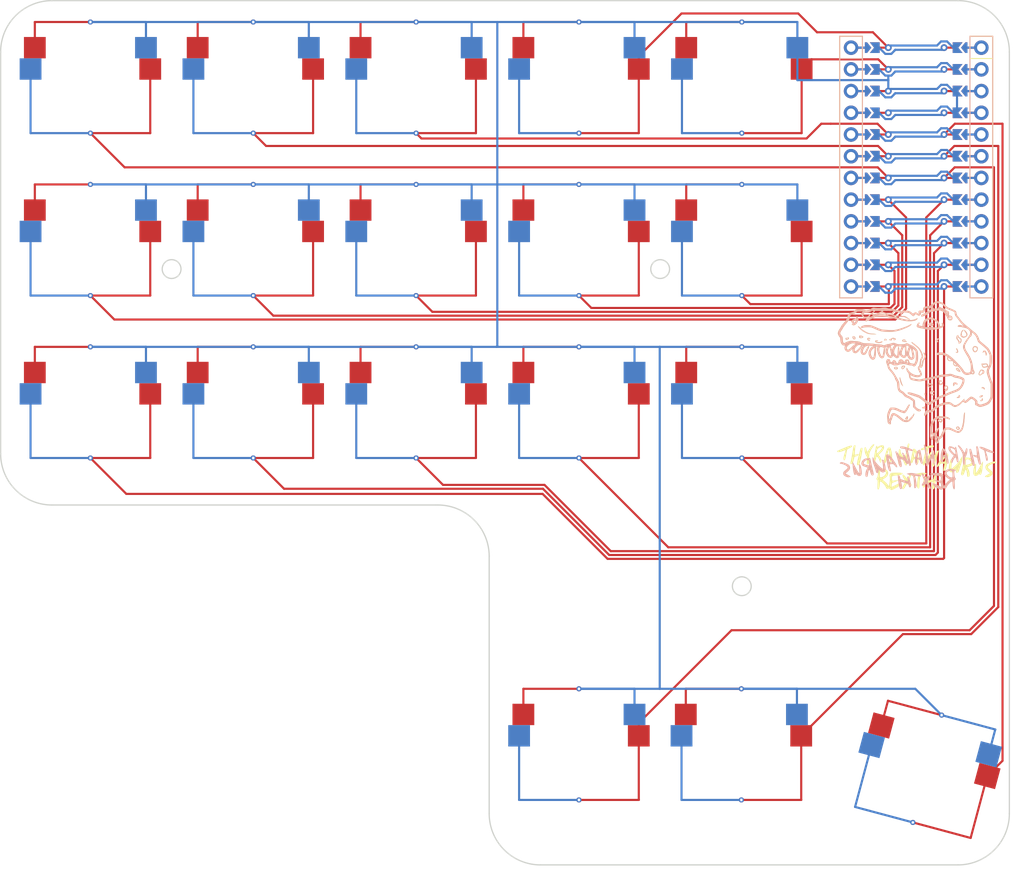
<source format=kicad_pcb>
(kicad_pcb (version 20241229) (generator "pcbnew") (generator_version "9.0")
  (title_block (title "t_rexth") (rev "v1.0.0") (company "Unknown"))
  (layers (0 "F.Cu" signal) (2 "B.Cu" signal) (13 "F.Paste" user) (15 "B.Paste" user) (5 "F.SilkS" user "F.Silkscreen") (7 "B.SilkS" user "B.Silkscreen") (1 "F.Mask" user) (3 "B.Mask" user) (25 "Edge.Cuts" user))
  (net 0 "")
  (net 1 "GND")
  (net 2 "P10")
  (net 3 "P5")
  (net 4 "P4")
  (net 5 "P16")
  (net 6 "P6")
  (net 7 "P3")
  (net 8 "P14")
  (net 9 "P7")
  (net 10 "P2")
  (net 11 "P15")
  (net 12 "P8")
  (net 13 "P1")
  (net 14 "P18")
  (net 15 "P9")
  (net 16 "P0")
  (net 17 "P19")
  (net 18 "P20")
  (net 19 "P21")
  (net 20 "RAW")
  (net 21 "RST")
  (net 22 "VCC")
  (net 23 "MCU1_24")
  (net 24 "MCU1_1")
  (net 25 "MCU1_23")
  (net 26 "MCU1_2")
  (net 27 "MCU1_22")
  (net 28 "MCU1_3")
  (net 29 "MCU1_21")
  (net 30 "MCU1_4")
  (net 31 "MCU1_20")
  (net 32 "MCU1_5")
  (net 33 "MCU1_19")
  (net 34 "MCU1_6")
  (net 35 "MCU1_18")
  (net 36 "MCU1_7")
  (net 37 "MCU1_17")
  (net 38 "MCU1_8")
  (net 39 "MCU1_16")
  (net 40 "MCU1_9")
  (net 41 "MCU1_15")
  (net 42 "MCU1_10")
  (net 43 "MCU1_14")
  (net 44 "MCU1_11")
  (net 45 "MCU1_13")
  (net 46 "MCU1_12")
  (footprint "MX_direct_reversible_hotswap" (layer "F.Cu") (at 216.2 141)
    (property "Reference" "S14" (hide yes))
    (property "Value" "" (hide yes))
  )
  (footprint "LOGO" (layer "F.Cu") (at 236.6 166.1)
    (property "Reference" "G***" (hide yes))
    (property "Value" "LOGO" (hide yes))
  )
  (footprint "MX_direct_reversible_hotswap" (layer "F.Cu") (at 216.2 160)
    (property "Reference" "S13" (hide yes))
    (property "Value" "" (hide yes))
  )
  (footprint "MX_direct_reversible_hotswap" (layer "F.Cu") (at 140 122)
    (property "Reference" "S3" (hide yes))
    (property "Value" "" (hide yes))
  )
  (footprint "nice_nano" (layer "F.Cu") (at 236.6 129.7)
    (property "Reference" "MCU1" (hide yes))
    (property "Value" "")
  )
  (footprint "LOGO" (layer "F.Cu") (at 236.6 155)
    (property "Reference" "G***" (hide yes))
    (property "Value" "LOGO" (hide yes))
  )
  (footprint "MX_direct_reversible_hotswap" (layer "F.Cu") (at 197.15 122)
    (property "Reference" "S12" (hide yes))
    (property "Value" "" (hide yes))
  )
  (footprint "MX_direct_reversible_hotswap" (layer "F.Cu") (at 237.504258 202.804901 -15)
    (property "Reference" "S18" (hide yes))
    (property "Value" "" (hide yes))
  )
  (footprint "MX_direct_reversible_hotswap" (layer "F.Cu") (at 178.1 141)
    (property "Reference" "S8" (hide yes))
    (property "Value" "" (hide yes))
  )
  (footprint "MX_direct_reversible_hotswap" (layer "F.Cu") (at 216.15 200)
    (property "Reference" "S17" (hide yes))
    (property "Value" "" (hide yes))
  )
  (footprint "MX_direct_reversible_hotswap" (layer "F.Cu") (at 159.05 122)
    (property "Reference" "S6" (hide yes))
    (property "Value" "" (hide yes))
  )
  (footprint "MX_direct_reversible_hotswap" (layer "F.Cu") (at 159.05 141)
    (property "Reference" "S5" (hide yes))
    (property "Value" "" (hide yes))
  )
  (footprint "LOGO" (layer "F.Cu") (at 236.6 155)
    (property "Reference" "G***" (hide yes))
    (property "Value" "LOGO" (hide yes))
  )
  (footprint "MX_direct_reversible_hotswap" (layer "F.Cu") (at 197.15 200)
    (property "Reference" "S16" (hide yes))
    (property "Value" "" (hide yes))
  )
  (footprint "MX_direct_reversible_hotswap" (layer "F.Cu") (at 178.1 122)
    (property "Reference" "S9" (hide yes))
    (property "Value" "" (hide yes))
  )
  (footprint "MX_direct_reversible_hotswap" (layer "F.Cu") (at 159.05 160)
    (property "Reference" "S4" (hide yes))
    (property "Value" "" (hide yes))
  )
  (footprint "MX_direct_reversible_hotswap" (layer "F.Cu") (at 140 141)
    (property "Reference" "S2" (hide yes))
    (property "Value" "" (hide yes))
  )
  (footprint "MX_direct_reversible_hotswap" (layer "F.Cu") (at 178.1 160)
    (property "Reference" "S7" (hide yes))
    (property "Value" "" (hide yes))
  )
  (footprint "MX_direct_reversible_hotswap" (layer "F.Cu") (at 216.2 122)
    (property "Reference" "S15" (hide yes))
    (property "Value" "" (hide yes))
  )
  (footprint "MX_direct_reversible_hotswap" (layer "F.Cu") (at 140 160)
    (property "Reference" "S1" (hide yes))
    (property "Value" "" (hide yes))
  )
  (footprint "LOGO" (layer "F.Cu") (at 236.6 166.1)
    (property "Reference" "G***" (hide yes))
    (property "Value" "LOGO" (hide yes))
  )
  (footprint "MX_direct_reversible_hotswap" (layer "F.Cu") (at 197.15 160)
    (property "Reference" "S10" (hide yes))
    (property "Value" "" (hide yes))
  )
  (footprint "MX_direct_reversible_hotswap" (layer "F.Cu") (at 197.15 141)
    (property "Reference" "S11" (hide yes))
    (property "Value" "" (hide yes))
  )
  (gr_line (start 247.5 117.5) (end 247.5 206.6) (stroke (width 0.15)) (layer "Edge.Cuts"))
  (gr_line (start 241.5 212.6) (end 192.65 212.6) (stroke (width 0.15)) (layer "Edge.Cuts"))
  (gr_arc (start 129.5 117.5) (mid 131.257359 113.257359) (end 135.5 111.5) (stroke (width 0.15)) (layer "Edge.Cuts"))
  (gr_arc (start 192.65 212.6) (mid 188.407359 210.842641) (end 186.65 206.6) (stroke (width 0.15)) (layer "Edge.Cuts"))
  (gr_circle (center 206.65 142.9) (end 207.75 142.9) (stroke (width 0.15)) (fill no) (layer "Edge.Cuts"))
  (gr_line (start 129.5 164.5) (end 129.5 117.5) (stroke (width 0.15)) (layer "Edge.Cuts"))
  (gr_circle (center 149.5 142.9) (end 150.6 142.9) (stroke (width 0.15)) (fill no) (layer "Edge.Cuts"))
  (gr_arc (start 241.5 111.5) (mid 245.742641 113.257359) (end 247.5 117.5) (stroke (width 0.15)) (layer "Edge.Cuts"))
  (gr_line (start 180.65 170.5) (end 135.5 170.5) (stroke (width 0.15)) (layer "Edge.Cuts"))
  (gr_circle (center 216.2 180) (end 217.3 180) (stroke (width 0.15)) (fill no) (layer "Edge.Cuts"))
  (gr_arc (start 247.5 206.6) (mid 245.742641 210.842641) (end 241.5 212.6) (stroke (width 0.15)) (layer "Edge.Cuts"))
  (gr_line (start 135.5 111.5) (end 241.5 111.5) (stroke (width 0.15)) (layer "Edge.Cuts"))
  (gr_arc (start 180.65 170.5) (mid 184.892641 172.257359) (end 186.65 176.5) (stroke (width 0.15)) (layer "Edge.Cuts"))
  (gr_arc (start 135.5 170.5) (mid 131.257359 168.742641) (end 129.5 164.5) (stroke (width 0.15)) (layer "Edge.Cuts"))
  (gr_line (start 186.65 206.6) (end 186.65 176.5) (stroke (width 0.15)) (layer "Edge.Cuts"))
  (segment (start 133.5 152) (end 140 152) (width 0.25) (layer "F.Cu") (net 1))
  (segment (start 133.5 133) (end 140 133) (width 0.25) (layer "F.Cu") (net 1))
  (segment (start 209.7 152) (end 216.2 152) (width 0.25) (layer "F.Cu") (net 1))
  (segment (start 171.6 152) (end 178.1 152) (width 0.25) (layer "F.Cu") (net 1))
  (segment (start 171.6 133) (end 178.1 133) (width 0.25) (layer "F.Cu") (net 1))
  (segment (start 152.55 114) (end 159.05 114) (width 0.25) (layer "F.Cu") (net 1))
  (segment (start 209.7 155) (end 209.7 152) (width 0.25) (layer "F.Cu") (net 1))
  (segment (start 133.5 114) (end 140 114) (width 0.25) (layer "F.Cu") (net 1))
  (segment (start 152.55 152) (end 159.05 152) (width 0.25) (layer "F.Cu") (net 1))
  (segment (start 241.38 119.54) (end 239.86 119.54) (width 0.25) (layer "F.Cu") (net 1))
  (segment (start 209.7 117) (end 209.7 114) (width 0.25) (layer "F.Cu") (net 1))
  (segment (start 133.5 155) (end 133.5 152) (width 0.25) (layer "F.Cu") (net 1))
  (segment (start 190.65 117) (end 190.65 114) (width 0.25) (layer "F.Cu") (net 1))
  (segment (start 190.65 155) (end 190.65 152) (width 0.25) (layer "F.Cu") (net 1))
  (segment (start 190.65 133) (end 197.15 133) (width 0.25) (layer "F.Cu") (net 1))
  (segment (start 232.52 196.29) (end 233.3 193.4) (width 0.25) (layer "F.Cu") (net 1))
  (segment (start 209.7 136) (end 209.7 133) (width 0.25) (layer "F.Cu") (net 1))
  (segment (start 152.55 117) (end 152.55 114) (width 0.25) (layer "F.Cu") (net 1))
  (segment (start 152.55 155) (end 152.55 152) (width 0.25) (layer "F.Cu") (net 1))
  (segment (start 209.65 192) (end 216.15 192) (width 0.25) (layer "F.Cu") (net 1))
  (segment (start 190.65 136) (end 190.65 133) (width 0.25) (layer "F.Cu") (net 1))
  (segment (start 209.7 114) (end 216.2 114) (width 0.25) (layer "F.Cu") (net 1))
  (segment (start 171.6 117) (end 171.6 114) (width 0.25) (layer "F.Cu") (net 1))
  (segment (start 152.55 133) (end 159.05 133) (width 0.25) (layer "F.Cu") (net 1))
  (segment (start 190.65 195) (end 190.65 192) (width 0.25) (layer "F.Cu") (net 1))
  (segment (start 231.82 122.08) (end 233.34 122.08) (width 0.25) (layer "F.Cu") (net 1))
  (segment (start 152.55 136) (end 152.55 133) (width 0.25) (layer "F.Cu") (net 1))
  (segment (start 233.3 193.4) (end 239.57 195.08) (width 0.25) (layer "F.Cu") (net 1))
  (segment (start 171.6 136) (end 171.6 133) (width 0.25) (layer "F.Cu") (net 1))
  (segment (start 133.5 136) (end 133.5 133) (width 0.25) (layer "F.Cu") (net 1))
  (segment (start 190.65 192) (end 197.15 192) (width 0.25) (layer "F.Cu") (net 1))
  (segment (start 209.7 133) (end 216.2 133) (width 0.25) (layer "F.Cu") (net 1))
  (segment (start 190.65 114) (end 197.15 114) (width 0.25) (layer "F.Cu") (net 1))
  (segment (start 171.6 114) (end 178.1 114) (width 0.25) (layer "F.Cu") (net 1))
  (segment (start 209.65 195) (end 209.65 192) (width 0.25) (layer "F.Cu") (net 1))
  (segment (start 190.65 152) (end 197.15 152) (width 0.25) (layer "F.Cu") (net 1))
  (segment (start 171.6 155) (end 171.6 152) (width 0.25) (layer "F.Cu") (net 1))
  (segment (start 133.5 117) (end 133.5 114) (width 0.25) (layer "F.Cu") (net 1))
  (segment (start 231.82 124.62) (end 233.34 124.62) (width 0.25) (layer "F.Cu") (net 1))
  (segment (start 197.15 152) (end 187.5 152) (width 0.25) (layer "B.Cu") (net 1))
  (segment (start 233.338 120.8) (end 222.7 120.8) (width 0.25) (layer "B.Cu") (net 1))
  (segment (start 165.55 152) (end 159.05 152) (width 0.25) (layer "B.Cu") (net 1))
  (segment (start 222.7 152) (end 216.2 152) (width 0.25) (layer "B.Cu") (net 1))
  (segment (start 234.15 119.79) (end 239.61 119.79) (width 0.25) (layer "B.Cu") (net 1))
  (segment (start 146.5 152) (end 140 152) (width 0.25) (layer "B.Cu") (net 1))
  (segment (start 165.55 117) (end 165.55 114) (width 0.25) (layer "B.Cu") (net 1))
  (segment (start 231.82 119.54) (end 232.26 119.54) (width 0.25) (layer "B.Cu") (net 1))
  (segment (start 241.38 124.62) (end 240.94 124.62) (width 0.25) (layer "B.Cu") (net 1))
  (segment (start 222.7 133) (end 216.2 133) (width 0.25) (layer "B.Cu") (net 1))
  (segment (start 240.21 123.89) (end 239.51 123.89) (width 0.25) (layer "B.Cu") (net 1))
  (segment (start 245.85 196.76) (end 239.57 195.08) (width 0.25) (layer "B.Cu") (net 1))
  (segment (start 216.15 192) (end 206.6 192) (width 0.25) (layer "B.Cu") (net 1))
  (segment (start 216.2 133) (end 197.15 133) (width 0.25) (layer "B.Cu") (net 1))
  (segment (start 203.65 155) (end 203.65 152) (width 0.25) (layer "B.Cu") (net 1))
  (segment (start 239.57481 195.077494) (end 236.497316 192) (width 0.25) (layer "B.Cu") (net 1))
  (segment (start 165.55 114) (end 159.05 114) (width 0.25) (layer "B.Cu") (net 1))
  (segment (start 187.5 152) (end 178.1 152) (width 0.25) (layer "B.Cu") (net 1))
  (segment (start 178.1 133) (end 159.05 133) (width 0.25) (layer "B.Cu") (net 1))
  (segment (start 197.15 114) (end 187.6 114) (width 0.25) (layer "B.Cu") (net 1))
  (segment (start 233.3 120.27) (end 233.69 120.27) (width 0.25) (layer "B.Cu") (net 1))
  (segment (start 233.69 120.27) (end 234.06 119.89) (width 0.25) (layer "B.Cu") (net 1))
  (segment (start 222.7 120.8) (end 222.7 117) (width 0.25) (layer "B.Cu") (net 1))
  (segment (start 233.59 124.37) (end 233.34 124.62) (width 0.25) (layer "B.Cu") (net 1))
  (segment (start 206.6 192) (end 206.6 152) (width 0.25) (layer "B.Cu") (net 1))
  (segment (start 203.65 133) (end 197.15 133) (width 0.25) (layer "B.Cu") (net 1))
  (segment (start 165.55 133) (end 159.05 133) (width 0.25) (layer "B.Cu") (net 1))
  (segment (start 146.5 155) (end 146.5 152) (width 0.25) (layer "B.Cu") (net 1))
  (segment (start 184.6 133) (end 178.1 133) (width 0.25) (layer "B.Cu") (net 1))
  (segment (start 187.6 114) (end 178.1 114) (width 0.25) (layer "B.Cu") (net 1))
  (segment (start 239.61 119.79) (end 239.86 119.54) (width 0.25) (layer "B.Cu") (net 1))
  (segment (start 234.06 119.88) (end 234.15 119.79) (width 0.25) (layer "B.Cu") (net 1))
  (segment (start 245.08 199.66) (end 245.85 196.76) (width 0.25) (layer "B.Cu") (net 1))
  (segment (start 187.6 114) (end 187.6 151.9) (width 0.25) (layer "B.Cu") (net 1))
  (segment (start 159.05 152) (end 140 152) (width 0.25) (layer "B.Cu") (net 1))
  (segment (start 184.6 114) (end 178.1 114) (width 0.25) (layer "B.Cu") (net 1))
  (segment (start 233.338 120.308) (end 233.3 120.27) (width 0.25) (layer "B.Cu") (net 1))
  (segment (start 203.65 152) (end 197.15 152) (width 0.25) (layer "B.Cu") (net 1))
  (segment (start 240.94 124.62) (end 240.21 123.89) (width 0.25) (layer "B.Cu") (net 1))
  (segment (start 233.59 121.83) (end 233.34 122.08) (width 0.25) (layer "B.Cu") (net 1))
  (segment (start 239.04 121.83) (end 233.59 121.83) (width 0.25) (layer "B.Cu") (net 1))
  (segment (start 203.65 136) (end 203.65 133) (width 0.25) (layer "B.Cu") (net 1))
  (segment (start 159.05 133) (end 140 133) (width 0.25) (layer "B.Cu") (net 1))
  (segment (start 233.338 120.8) (end 233.338 120.308) (width 0.25) (layer "B.Cu") (net 1))
  (segment (start 240.21 121.35) (end 239.51 121.35) (width 0.25) (layer "B.Cu") (net 1))
  (segment (start 178.1 152) (end 159.05 152) (width 0.25) (layer "B.Cu") (net 1))
  (segment (start 159.05 114) (end 140 114) (width 0.25) (layer "B.Cu") (net 1))
  (segment (start 146.5 117) (end 146.5 114) (width 0.25) (layer "B.Cu") (net 1))
  (segment (start 240.94 122.08) (end 240.21 121.35) (width 0.25) (layer "B.Cu") (net 1))
  (segment (start 206.6 152) (end 197.15 152) (width 0.25) (layer "B.Cu") (net 1))
  (segment (start 165.55 136) (end 165.55 133) (width 0.25) (layer "B.Cu") (net 1))
  (segment (start 222.7 155) (end 222.7 152) (width 0.25) (layer "B.Cu") (net 1))
  (segment (start 241.38 122.08) (end 240.94 122.08) (width 0.25) (layer "B.Cu") (net 1))
  (segment (start 187.6 151.9) (end 187.5 152) (width 0.25) (layer "B.Cu") (net 1))
  (segment (start 184.6 117) (end 184.6 114) (width 0.25) (layer "B.Cu") (net 1))
  (segment (start 206.6 192) (end 197.15 192) (width 0.25) (layer "B.Cu") (net 1))
  (segment (start 146.5 133) (end 140 133) (width 0.25) (layer "B.Cu") (net 1))
  (segment (start 197.15 133) (end 178.1 133) (width 0.25) (layer "B.Cu") (net 1))
  (segment (start 239.04 124.37) (end 233.59 124.37) (width 0.25) (layer "B.Cu") (net 1))
  (segment (start 222.7 117) (end 222.7 114) (width 0.25) (layer "B.Cu") (net 1))
  (segment (start 239.51 123.89) (end 239.04 124.37) (width 0.25) (layer "B.Cu") (net 1))
  (segment (start 184.6 136) (end 184.6 133) (width 0.25) (layer "B.Cu") (net 1))
  (segment (start 216.2 114) (end 197.15 114) (width 0.25) (layer "B.Cu") (net 1))
  (segment (start 165.55 155) (end 165.55 152) (width 0.25) (layer "B.Cu") (net 1))
  (segment (start 232.26 119.54) (end 232.99 120.27) (width 0.25) (layer "B.Cu") (net 1))
  (segment (start 222.65 195) (end 222.65 192) (width 0.25) (layer "B.Cu") (net 1))
  (segment (start 232.99 120.27) (end 233.3 120.27) (width 0.25) (layer "B.Cu") (net 1))
  (segment (start 234.06 119.89) (end 234.06 119.88) (width 0.25) (layer "B.Cu") (net 1))
  (segment (start 222.65 192) (end 216.15 192) (width 0.25) (layer "B.Cu") (net 1))
  (segment (start 233.338 122.08) (end 233.338 120.8) (width 0.25) (layer "B.Cu") (net 1))
  (segment (start 203.65 117) (end 203.65 114) (width 0.25) (layer "B.Cu") (net 1))
  (segment (start 203.65 192) (end 197.15 192) (width 0.25) (layer "B.Cu") (net 1))
  (segment (start 203.65 195) (end 203.65 192) (width 0.25) (layer "B.Cu") (net 1))
  (segment (start 222.7 136) (end 222.7 133) (width 0.25) (layer "B.Cu") (net 1))
  (segment (start 236.497316 192) (end 216.15 192) (width 0.25) (layer "B.Cu") (net 1))
  (segment (start 239.51 121.35) (end 239.04 121.83) (width 0.25) (layer "B.Cu") (net 1))
  (segment (start 178.1 114) (end 159.05 114) (width 0.25) (layer "B.Cu") (net 1))
  (segment (start 203.65 114) (end 197.15 114) (width 0.25) (layer "B.Cu") (net 1))
  (segment (start 216.2 152) (end 206.6 152) (width 0.25) (layer "B.Cu") (net 1))
  (segment (start 146.5 136) (end 146.5 133) (width 0.25) (layer "B.Cu") (net 1))
  (segment (start 241.375 124.62) (end 241.375 122.08) (width 0.25) (layer "B.Cu") (net 1))
  (segment (start 184.6 152) (end 178.1 152) (width 0.25) (layer "B.Cu") (net 1))
  (segment (start 184.6 155) (end 184.6 152) (width 0.25) (layer "B.Cu") (net 1))
  (segment (start 222.7 114) (end 216.2 114) (width 0.25) (layer "B.Cu") (net 1))
  (segment (start 146.5 114) (end 140 114) (width 0.25) (layer "B.Cu") (net 1))
  (segment (start 239.862 176.7) (end 239.862 144.94) (width 0.25) (layer "F.Cu") (net 2))
  (segment (start 144.2 169.2) (end 192.9 169.2) (width 0.25) (layer "F.Cu") (net 2))
  (segment (start 192.9 169.2) (end 200.5 176.8) (width 0.25) (layer "F.Cu") (net 2))
  (segment (start 239.762 176.8) (end 239.862 176.7) (width 0.25) (layer "F.Cu") (net 2))
  (segment (start 140 165) (end 144.2 169.2) (width 0.25) (layer "F.Cu") (net 2))
  (segment (start 200.5 176.8) (end 239.762 176.8) (width 0.25) (layer "F.Cu") (net 2))
  (segment (start 241.38 144.94) (end 239.86 144.94) (width 0.25) (layer "F.Cu") (net 2))
  (segment (start 147 165) (end 140 165) (width 0.25) (layer "F.Cu") (net 2))
  (segment (start 147 157.5) (end 147 165) (width 0.25) (layer "F.Cu") (net 2))
  (segment (start 234.15 145.19) (end 239.61 145.19) (width 0.25) (layer "B.Cu") (net 2))
  (segment (start 133 165) (end 140 165) (width 0.25) (layer "B.Cu") (net 2))
  (segment (start 133 157.5) (end 133 165) (width 0.25) (layer "B.Cu") (net 2))
  (segment (start 234.06 145.28) (end 234.15 145.19) (width 0.25) (layer "B.Cu") (net 2))
  (segment (start 233.69 145.67) (end 234.06 145.29) (width 0.25) (layer "B.Cu") (net 2))
  (segment (start 231.82 144.94) (end 232.26 144.94) (width 0.25) (layer "B.Cu") (net 2))
  (segment (start 232.26 144.94) (end 232.99 145.67) (width 0.25) (layer "B.Cu") (net 2))
  (segment (start 232.99 145.67) (end 233.69 145.67) (width 0.25) (layer "B.Cu") (net 2))
  (segment (start 239.61 145.19) (end 239.86 144.94) (width 0.25) (layer "B.Cu") (net 2))
  (segment (start 234.06 145.29) (end 234.06 145.28) (width 0.25) (layer "B.Cu") (net 2))
  (segment (start 147 138.5) (end 147 146) (width 0.25) (layer "F.Cu") (net 3))
  (segment (start 147 146) (end 140 146) (width 0.25) (layer "F.Cu") (net 3))
  (segment (start 233.338 134.78) (end 235.417 136.859) (width 0.25) (layer "F.Cu") (net 3))
  (segment (start 234.14724 148.804) (end 142.804 148.804) (width 0.25) (layer "F.Cu") (net 3))
  (segment (start 231.82 134.78) (end 233.34 134.78) (width 0.25) (layer "F.Cu") (net 3))
  (segment (start 235.417 136.859) (end 235.417 147.53424) (width 0.25) (layer "F.Cu") (net 3))
  (segment (start 142.804 148.804) (end 140 146) (width 0.25) (layer "F.Cu") (net 3))
  (segment (start 235.417 147.53424) (end 234.14724 148.804) (width 0.25) (layer "F.Cu") (net 3))
  (segment (start 240.94 134.78) (end 240.21 134.05) (width 0.25) (layer "B.Cu") (net 3))
  (segment (start 133 146) (end 140 146) (width 0.25) (layer "B.Cu") (net 3))
  (segment (start 241.38 134.78) (end 240.94 134.78) (width 0.25) (layer "B.Cu") (net 3))
  (segment (start 239.51 134.05) (end 239.04 134.53) (width 0.25) (layer "B.Cu") (net 3))
  (segment (start 240.21 134.05) (end 239.51 134.05) (width 0.25) (layer "B.Cu") (net 3))
  (segment (start 233.59 134.53) (end 233.34 134.78) (width 0.25) (layer "B.Cu") (net 3))
  (segment (start 133 138.5) (end 133 146) (width 0.25) (layer "B.Cu") (net 3))
  (segment (start 239.04 134.53) (end 233.59 134.53) (width 0.25) (layer "B.Cu") (net 3))
  (segment (start 144 131) (end 140 127) (width 0.25) (layer "F.Cu") (net 4))
  (segment (start 231.82 132.24) (end 233.34 132.24) (width 0.25) (layer "F.Cu") (net 4))
  (segment (start 147 127) (end 140 127) (width 0.25) (layer "F.Cu") (net 4))
  (segment (start 233.338 132.24) (end 232.098 131) (width 0.25) (layer "F.Cu") (net 4))
  (segment (start 232.098 131) (end 144 131) (width 0.25) (layer "F.Cu") (net 4))
  (segment (start 147 119.5) (end 147 127) (width 0.25) (layer "F.Cu") (net 4))
  (segment (start 133 119.5) (end 133 127) (width 0.25) (layer "B.Cu") (net 4))
  (segment (start 240.94 132.24) (end 240.21 131.51) (width 0.25) (layer "B.Cu") (net 4))
  (segment (start 240.21 131.51) (end 239.51 131.51) (width 0.25) (layer "B.Cu") (net 4))
  (segment (start 241.38 132.24) (end 240.94 132.24) (width 0.25) (layer "B.Cu") (net 4))
  (segment (start 133 127) (end 140 127) (width 0.25) (layer "B.Cu") (net 4))
  (segment (start 239.51 131.51) (end 239.04 131.99) (width 0.25) (layer "B.Cu") (net 4))
  (segment (start 233.59 131.99) (end 233.34 132.24) (width 0.25) (layer "B.Cu") (net 4))
  (segment (start 239.04 131.99) (end 233.59 131.99) (width 0.25) (layer "B.Cu") (net 4))
  (segment (start 192.93781 168.6) (end 162.65 168.6) (width 0.25) (layer "F.Cu") (net 5))
  (segment (start 162.65 168.6) (end 159.05 165) (width 0.25) (layer "F.Cu") (net 5))
  (segment (start 166.05 157.5) (end 166.05 165) (width 0.25) (layer "F.Cu") (net 5))
  (segment (start 238.851 176.349) (end 200.68681 176.349) (width 0.25) (layer "F.Cu") (net 5))
  (segment (start 241.38 142.4) (end 239.86 142.4) (width 0.25) (layer "F.Cu") (net 5))
  (segment (start 166.05 165) (end 159.05 165) (width 0.25) (layer "F.Cu") (net 5))
  (segment (start 239.136 143.126) (end 239.136 176.064) (width 0.25) (layer "F.Cu") (net 5))
  (segment (start 239.136 176.064) (end 238.851 176.349) (width 0.25) (layer "F.Cu") (net 5))
  (segment (start 200.68681 176.349) (end 192.93781 168.6) (width 0.25) (layer "F.Cu") (net 5))
  (segment (start 239.862 142.4) (end 239.136 143.126) (width 0.25) (layer "F.Cu") (net 5))
  (segment (start 232.99 143.13) (end 233.69 143.13) (width 0.25) (layer "B.Cu") (net 5))
  (segment (start 232.26 142.4) (end 232.99 143.13) (width 0.25) (layer "B.Cu") (net 5))
  (segment (start 234.15 142.65) (end 239.61 142.65) (width 0.25) (layer "B.Cu") (net 5))
  (segment (start 152.05 165) (end 159.05 165) (width 0.25) (layer "B.Cu") (net 5))
  (segment (start 231.82 142.4) (end 232.26 142.4) (width 0.25) (layer "B.Cu") (net 5))
  (segment (start 152.05 157.5) (end 152.05 165) (width 0.25) (layer "B.Cu") (net 5))
  (segment (start 239.61 142.65) (end 239.86 142.4) (width 0.25) (layer "B.Cu") (net 5))
  (segment (start 234.06 142.74) (end 234.15 142.65) (width 0.25) (layer "B.Cu") (net 5))
  (segment (start 233.69 143.13) (end 234.06 142.75) (width 0.25) (layer "B.Cu") (net 5))
  (segment (start 234.06 142.75) (end 234.06 142.74) (width 0.25) (layer "B.Cu") (net 5))
  (segment (start 234.966 138.948) (end 234.966 147.34743) (width 0.25) (layer "F.Cu") (net 6))
  (segment (start 234.966 147.34743) (end 233.96043 148.353) (width 0.25) (layer "F.Cu") (net 6))
  (segment (start 231.82 137.32) (end 233.34 137.32) (width 0.25) (layer "F.Cu") (net 6))
  (segment (start 166.05 138.5) (end 166.05 146) (width 0.25) (layer "F.Cu") (net 6))
  (segment (start 161.403 148.353) (end 159.05 146) (width 0.25) (layer "F.Cu") (net 6))
  (segment (start 233.338 137.32) (end 234.966 138.948) (width 0.25) (layer "F.Cu") (net 6))
  (segment (start 233.96043 148.353) (end 161.403 148.353) (width 0.25) (layer "F.Cu") (net 6))
  (segment (start 166.05 146) (end 159.05 146) (width 0.25) (layer "F.Cu") (net 6))
  (segment (start 239.51 136.59) (end 239.04 137.07) (width 0.25) (layer "B.Cu") (net 6))
  (segment (start 240.21 136.59) (end 239.51 136.59) (width 0.25) (layer "B.Cu") (net 6))
  (segment (start 152.05 146) (end 159.05 146) (width 0.25) (layer "B.Cu") (net 6))
  (segment (start 233.59 137.07) (end 233.34 137.32) (width 0.25) (layer "B.Cu") (net 6))
  (segment (start 239.04 137.07) (end 233.59 137.07) (width 0.25) (layer "B.Cu") (net 6))
  (segment (start 241.38 137.32) (end 240.94 137.32) (width 0.25) (layer "B.Cu") (net 6))
  (segment (start 152.05 138.5) (end 152.05 146) (width 0.25) (layer "B.Cu") (net 6))
  (segment (start 240.94 137.32) (end 240.21 136.59) (width 0.25) (layer "B.Cu") (net 6))
  (segment (start 232.138 128.5) (end 160.55 128.5) (width 0.25) (layer "F.Cu") (net 7))
  (segment (start 166.05 127) (end 159.05 127) (width 0.25) (layer "F.Cu") (net 7))
  (segment (start 166.05 119.5) (end 166.05 127) (width 0.25) (layer "F.Cu") (net 7))
  (segment (start 160.55 128.5) (end 159.05 127) (width 0.25) (layer "F.Cu") (net 7))
  (segment (start 233.338 129.7) (end 232.138 128.5) (width 0.25) (layer "F.Cu") (net 7))
  (segment (start 231.82 129.7) (end 233.34 129.7) (width 0.25) (layer "F.Cu") (net 7))
  (segment (start 240.21 128.97) (end 239.51 128.97) (width 0.25) (layer "B.Cu") (net 7))
  (segment (start 152.05 119.5) (end 152.05 127) (width 0.25) (layer "B.Cu") (net 7))
  (segment (start 233.59 129.45) (end 233.34 129.7) (width 0.25) (layer "B.Cu") (net 7))
  (segment (start 241.38 129.7) (end 240.94 129.7) (width 0.25) (layer "B.Cu") (net 7))
  (segment (start 239.51 128.97) (end 239.04 129.45) (width 0.25) (layer "B.Cu") (net 7))
  (segment (start 239.04 129.45) (end 233.59 129.45) (width 0.25) (layer "B.Cu") (net 7))
  (segment (start 152.05 127) (end 159.05 127) (width 0.25) (layer "B.Cu") (net 7))
  (segment (start 240.94 129.7) (end 240.21 128.97) (width 0.25) (layer "B.Cu") (net 7))
  (segment (start 238.66419 175.898) (end 200.87362 175.898) (width 0.25) (layer "F.Cu") (net 8))
  (segment (start 193.12462 168.149) (end 181.249 168.149) (width 0.25) (layer "F.Cu") (net 8))
  (segment (start 181.249 168.149) (end 178.1 165) (width 0.25) (layer "F.Cu") (net 8))
  (segment (start 239.862 139.86) (end 238.681095 141.040905) (width 0.25) (layer "F.Cu") (net 8))
  (segment (start 241.38 139.86) (end 239.86 139.86) (width 0.25) (layer "F.Cu") (net 8))
  (segment (start 185.1 165) (end 178.1 165) (width 0.25) (layer "F.Cu") (net 8))
  (segment (start 200.87362 175.898) (end 193.12462 168.149) (width 0.25) (layer "F.Cu") (net 8))
  (segment (start 238.681095 141.040905) (end 238.681095 175.881095) (width 0.25) (layer "F.Cu") (net 8))
  (segment (start 185.1 157.5) (end 185.1 165) (width 0.25) (layer "F.Cu") (net 8))
  (segment (start 238.681095 175.881095) (end 238.66419 175.898) (width 0.25) (layer "F.Cu") (net 8))
  (segment (start 239.61 140.11) (end 239.86 139.86) (width 0.25) (layer "B.Cu") (net 8))
  (segment (start 234.06 140.21) (end 234.06 140.2) (width 0.25) (layer "B.Cu") (net 8))
  (segment (start 234.06 140.2) (end 234.15 140.11) (width 0.25) (layer "B.Cu") (net 8))
  (segment (start 232.99 140.59) (end 233.69 140.59) (width 0.25) (layer "B.Cu") (net 8))
  (segment (start 171.1 165) (end 178.1 165) (width 0.25) (layer "B.Cu") (net 8))
  (segment (start 231.82 139.86) (end 232.26 139.86) (width 0.25) (layer "B.Cu") (net 8))
  (segment (start 234.15 140.11) (end 239.61 140.11) (width 0.25) (layer "B.Cu") (net 8))
  (segment (start 171.1 157.5) (end 171.1 165) (width 0.25) (layer "B.Cu") (net 8))
  (segment (start 233.69 140.59) (end 234.06 140.21) (width 0.25) (layer "B.Cu") (net 8))
  (segment (start 232.26 139.86) (end 232.99 140.59) (width 0.25) (layer "B.Cu") (net 8))
  (segment (start 234.515 141.037) (end 234.515 147.16062) (width 0.25) (layer "F.Cu") (net 9))
  (segment (start 233.338 139.86) (end 234.515 141.037) (width 0.25) (layer "F.Cu") (net 9))
  (segment (start 180.002 147.902) (end 178.1 146) (width 0.25) (layer "F.Cu") (net 9))
  (segment (start 185.1 146) (end 178.1 146) (width 0.25) (layer "F.Cu") (net 9))
  (segment (start 233.77362 147.902) (end 180.002 147.902) (width 0.25) (layer "F.Cu") (net 9))
  (segment (start 231.82 139.86) (end 233.34 139.86) (width 0.25) (layer "F.Cu") (net 9))
  (segment (start 185.1 138.5) (end 185.1 146) (width 0.25) (layer "F.Cu") (net 9))
  (segment (start 234.515 147.16062) (end 233.77362 147.902) (width 0.25) (layer "F.Cu") (net 9))
  (segment (start 241.38 139.86) (end 240.94 139.86) (width 0.25) (layer "B.Cu") (net 9))
  (segment (start 239.04 139.61) (end 233.59 139.61) (width 0.25) (layer "B.Cu") (net 9))
  (segment (start 233.59 139.61) (end 233.34 139.86) (width 0.25) (layer "B.Cu") (net 9))
  (segment (start 239.51 139.13) (end 239.04 139.61) (width 0.25) (layer "B.Cu") (net 9))
  (segment (start 171.1 146) (end 178.1 146) (width 0.25) (layer "B.Cu") (net 9))
  (segment (start 240.94 139.86) (end 240.21 139.13) (width 0.25) (layer "B.Cu") (net 9))
  (segment (start 171.1 138.5) (end 171.1 146) (width 0.25) (layer "B.Cu") (net 9))
  (segment (start 240.21 139.13) (end 239.51 139.13) (width 0.25) (layer "B.Cu") (net 9))
  (segment (start 223.774 127.626) (end 178.726 127.626) (width 0.25) (layer "F.Cu") (net 10))
  (segment (start 223.774 127.626) (end 225.5 125.9) (width 0.25) (layer "F.Cu") (net 10))
  (segment (start 225.5 125.9) (end 226.6 125.9) (width 0.25) (layer "F.Cu") (net 10))
  (segment (start 231.82 127.16) (end 233.34 127.16) (width 0.25) (layer "F.Cu") (net 10))
  (segment (start 185.1 119.5) (end 185.1 127) (width 0.25) (layer "F.Cu") (net 10))
  (segment (start 185.1 127) (end 178.1 127) (width 0.25) (layer "F.Cu") (net 10))
  (segment (start 232.078 125.9) (end 226.6 125.9) (width 0.25) (layer "F.Cu") (net 10))
  (segment (start 233.338 127.16) (end 232.078 125.9) (width 0.25) (layer "F.Cu") (net 10))
  (segment (start 178.726 127.626) (end 178.1 127) (width 0.25) (layer "F.Cu") (net 10))
  (segment (start 241.38 127.16) (end 240.94 127.16) (width 0.25) (layer "B.Cu") (net 10))
  (segment (start 240.94 127.16) (end 240.21 126.43) (width 0.25) (layer "B.Cu") (net 10))
  (segment (start 171.1 119.5) (end 171.1 127) (width 0.25) (layer "B.Cu") (net 10))
  (segment (start 239.04 126.91) (end 233.59 126.91) (width 0.25) (layer "B.Cu") (net 10))
  (segment (start 171.1 127) (end 178.1 127) (width 0.25) (layer "B.Cu") (net 10))
  (segment (start 240.21 126.43) (end 239.51 126.43) (width 0.25) (layer "B.Cu") (net 10))
  (segment (start 239.51 126.43) (end 239.04 126.91) (width 0.25) (layer "B.Cu") (net 10))
  (segment (start 233.59 126.91) (end 233.34 127.16) (width 0.25) (layer "B.Cu") (net 10))
  (segment (start 241.38 137.32) (end 239.86 137.32) (width 0.25) (layer "F.Cu") (net 11))
  (segment (start 207.597 175.447) (end 197.15 165) (width 0.25) (layer "F.Cu") (net 11))
  (segment (start 204.15 157.5) (end 204.15 165) (width 0.25) (layer "F.Cu") (net 11))
  (segment (start 204.15 165) (end 197.15 165) (width 0.25) (layer "F.Cu") (net 11))
  (segment (start 239.862 137.32) (end 238.230095 138.951905) (width 0.25) (layer "F.Cu") (net 11))
  (segment (start 238.230095 175.447) (end 207.597 175.447) (width 0.25) (layer "F.Cu") (net 11))
  (segment (start 238.230095 138.951905) (end 238.230095 175.447) (width 0.25) (layer "F.Cu") (net 11))
  (segment (start 233.69 138.05) (end 234.06 137.67) (width 0.25) (layer "B.Cu") (net 11))
  (segment (start 234.06 137.66) (end 234.15 137.57) (width 0.25) (layer "B.Cu") (net 11))
  (segment (start 232.26 137.32) (end 232.99 138.05) (width 0.25) (layer "B.Cu") (net 11))
  (segment (start 234.06 137.67) (end 234.06 137.66) (width 0.25) (layer "B.Cu") (net 11))
  (segment (start 190.15 165) (end 197.15 165) (width 0.25) (layer "B.Cu") (net 11))
  (segment (start 231.82 137.32) (end 232.26 137.32) (width 0.25) (layer "B.Cu") (net 11))
  (segment (start 234.15 137.57) (end 239.61 137.57) (width 0.25) (layer "B.Cu") (net 11))
  (segment (start 239.61 137.57) (end 239.86 137.32) (width 0.25) (layer "B.Cu") (net 11))
  (segment (start 190.15 157.5) (end 190.15 165) (width 0.25) (layer "B.Cu") (net 11))
  (segment (start 232.99 138.05) (end 233.69 138.05) (width 0.25) (layer "B.Cu") (net 11))
  (segment (start 198.601 147.451) (end 197.15 146) (width 0.25) (layer "F.Cu") (net 12))
  (segment (start 234.064 146.97381) (end 233.58681 147.451) (width 0.25) (layer "F.Cu") (net 12))
  (segment (start 233.58681 147.451) (end 198.601 147.451) (width 0.25) (layer "F.Cu") (net 12))
  (segment (start 204.15 138.5) (end 204.15 146) (width 0.25) (layer "F.Cu") (net 12))
  (segment (start 204.15 146) (end 197.15 146) (width 0.25) (layer "F.Cu") (net 12))
  (segment (start 234.064 143.126) (end 234.064 146.97381) (width 0.25) (layer "F.Cu") (net 12))
  (segment (start 231.82 142.4) (end 233.34 142.4) (width 0.25) (layer "F.Cu") (net 12))
  (segment (start 233.338 142.4) (end 234.064 143.126) (width 0.25) (layer "F.Cu") (net 12))
  (segment (start 240.94 142.4) (end 240.21 141.67) (width 0.25) (layer "B.Cu") (net 12))
  (segment (start 190.15 138.5) (end 190.15 146) (width 0.25) (layer "B.Cu") (net 12))
  (segment (start 241.38 142.4) (end 240.94 142.4) (width 0.25) (layer "B.Cu") (net 12))
  (segment (start 190.15 146) (end 197.15 146) (width 0.25) (layer "B.Cu") (net 12))
  (segment (start 239.04 142.15) (end 233.59 142.15) (width 0.25) (layer "B.Cu") (net 12))
  (segment (start 240.21 141.67) (end 239.51 141.67) (width 0.25) (layer "B.Cu") (net 12))
  (segment (start 233.59 142.15) (end 233.34 142.4) (width 0.25) (layer "B.Cu") (net 12))
  (segment (start 239.51 141.67) (end 239.04 142.15) (width 0.25) (layer "B.Cu") (net 12))
  (segment (start 225 115.2) (end 231.538 115.2) (width 0.25) (layer "F.Cu") (net 13))
  (segment (start 222.8 113) (end 225 115.2) (width 0.25) (layer "F.Cu") (net 13))
  (segment (start 204.15 118) (end 209.15 113) (width 0.25) (layer "F.Cu") (net 13))
  (segment (start 204.15 119.5) (end 204.15 127) (width 0.25) (layer "F.Cu") (net 13))
  (segment (start 209.15 113) (end 222.8 113) (width 0.25) (layer "F.Cu") (net 13))
  (segment (start 231.82 117) (end 233.34 117) (width 0.25) (layer "F.Cu") (net 13))
  (segment (start 204.15 127) (end 197.15 127) (width 0.25) (layer "F.Cu") (net 13))
  (segment (start 231.538 115.2) (end 233.338 117) (width 0.25) (layer "F.Cu") (net 13))
  (segment (start 204.15 119.5) (end 204.15 118) (width 0.25) (layer "F.Cu") (net 13))
  (segment (start 190.15 119.5) (end 190.15 127) (width 0.25) (layer "B.Cu") (net 13))
  (segment (start 190.15 127) (end 197.15 127) (width 0.25) (layer "B.Cu") (net 13))
  (segment (start 239.51 116.27) (end 239.04 116.75) (width 0.25) (layer "B.Cu") (net 13))
  (segment (start 241.38 117) (end 240.94 117) (width 0.25) (layer "B.Cu") (net 13))
  (segment (start 240.94 117) (end 240.21 116.27) (width 0.25) (layer "B.Cu") (net 13))
  (segment (start 239.04 116.75) (end 233.59 116.75) (width 0.25) (layer "B.Cu") (net 13))
  (segment (start 233.59 116.75) (end 233.34 117) (width 0.25) (layer "B.Cu") (net 13))
  (segment (start 240.21 116.27) (end 239.51 116.27) (width 0.25) (layer "B.Cu") (net 13))
  (segment (start 237.779095 136.862905) (end 237.779095 174.996) (width 0.25) (layer "F.Cu") (net 14))
  (segment (start 237.779095 174.996) (end 226.196 174.996) (width 0.25) (layer "F.Cu") (net 14))
  (segment (start 241.38 134.78) (end 239.86 134.78) (width 0.25) (layer "F.Cu") (net 14))
  (segment (start 223.2 165) (end 216.2 165) (width 0.25) (layer "F.Cu") (net 14))
  (segment (start 223.2 157.5) (end 223.2 165) (width 0.25) (layer "F.Cu") (net 14))
  (segment (start 239.862 134.78) (end 237.779095 136.862905) (width 0.25) (layer "F.Cu") (net 14))
  (segment (start 226.196 174.996) (end 216.2 165) (width 0.25) (layer "F.Cu") (net 14))
  (segment (start 209.2 157.5) (end 209.2 165) (width 0.25) (layer "B.Cu") (net 14))
  (segment (start 232.99 135.51) (end 233.69 135.51) (width 0.25) (layer "B.Cu") (net 14))
  (segment (start 232.26 134.78) (end 232.99 135.51) (width 0.25) (layer "B.Cu") (net 14))
  (segment (start 234.15 135.03) (end 239.61 135.03) (width 0.25) (layer "B.Cu") (net 14))
  (segment (start 231.82 134.78) (end 232.26 134.78) (width 0.25) (layer "B.Cu") (net 14))
  (segment (start 234.06 135.13) (end 234.06 135.12) (width 0.25) (layer "B.Cu") (net 14))
  (segment (start 239.61 135.03) (end 239.86 134.78) (width 0.25) (layer "B.Cu") (net 14))
  (segment (start 209.2 165) (end 216.2 165) (width 0.25) (layer "B.Cu") (net 14))
  (segment (start 234.06 135.12) (end 234.15 135.03) (width 0.25) (layer "B.Cu") (net 14))
  (segment (start 233.69 135.51) (end 234.06 135.13) (width 0.25) (layer "B.Cu") (net 14))
  (segment (start 223.2 146) (end 216.2 146) (width 0.25) (layer "F.Cu") (net 15))
  (segment (start 233.338 144.94) (end 233.4 145.002) (width 0.25) (layer "F.Cu") (net 15))
  (segment (start 233.4 145.002) (end 233.4 147) (width 0.25) (layer "F.Cu") (net 15))
  (segment (start 217.2 147) (end 216.2 146) (width 0.25) (layer "F.Cu") (net 15))
  (segment (start 223.2 138.5) (end 223.2 146) (width 0.25) (layer "F.Cu") (net 15))
  (segment (start 233.4 147) (end 217.2 147) (width 0.25) (layer "F.Cu") (net 15))
  (segment (start 231.82 144.94) (end 233.34 144.94) (width 0.25) (layer "F.Cu") (net 15))
  (segment (start 240.21 144.21) (end 239.51 144.21) (width 0.25) (layer "B.Cu") (net 15))
  (segment (start 209.2 146) (end 216.2 146) (width 0.25) (layer "B.Cu") (net 15))
  (segment (start 241.38 144.94) (end 240.94 144.94) (width 0.25) (layer "B.Cu") (net 15))
  (segment (start 240.94 144.94) (end 240.21 144.21) (width 0.25) (layer "B.Cu") (net 15))
  (segment (start 209.2 138.5) (end 209.2 146) (width 0.25) (layer "B.Cu") (net 15))
  (segment (start 239.51 144.21) (end 239.04 144.69) (width 0.25) (layer "B.Cu") (net 15))
  (segment (start 239.04 144.69) (end 233.59 144.69) (width 0.25) (layer "B.Cu") (net 15))
  (segment (start 233.59 144.69) (end 233.34 144.94) (width 0.25) (layer "B.Cu") (net 15))
  (segment (start 233.338 119.54) (end 232.162 118.364) (width 0.25) (layer "F.Cu") (net 16))
  (segment (start 223.2 127) (end 216.2 127) (width 0.25) (layer "F.Cu") (net 16))
  (segment (start 231.82 119.54) (end 233.34 119.54) (width 0.25) (layer "F.Cu") (net 16))
  (segment (start 224.336 118.364) (end 223.2 119.5) (width 0.25) (layer "F.Cu") (net 16))
  (segment (start 232.162 118.364) (end 224.336 118.364) (width 0.25) (layer "F.Cu") (net 16))
  (segment (start 223.2 119.5) (end 223.2 127) (width 0.25) (layer "F.Cu") (net 16))
  (segment (start 241.38 119.54) (end 240.94 119.54) (width 0.25) (layer "B.Cu") (net 16))
  (segment (start 209.2 127) (end 216.2 127) (width 0.25) (layer "B.Cu") (net 16))
  (segment (start 240.21 118.81) (end 239.51 118.81) (width 0.25) (layer "B.Cu") (net 16))
  (segment (start 233.59 119.29) (end 233.34 119.54) (width 0.25) (layer "B.Cu") (net 16))
  (segment (start 239.51 118.81) (end 239.04 119.29) (width 0.25) (layer "B.Cu") (net 16))
  (segment (start 209.2 119.5) (end 209.2 127) (width 0.25) (layer "B.Cu") (net 16))
  (segment (start 239.04 119.29) (end 233.59 119.29) (width 0.25) (layer "B.Cu") (net 16))
  (segment (start 240.94 119.54) (end 240.21 118.81) (width 0.25) (layer "B.Cu") (net 16))
  (segment (start 245.7 131) (end 245.7 182.3) (width 0.25) (layer "F.Cu") (net 17))
  (segment (start 239.862 132.24) (end 241.102 131) (width 0.25) (layer "F.Cu") (net 17))
  (segment (start 241.38 132.24) (end 239.86 132.24) (width 0.25) (layer "F.Cu") (net 17))
  (segment (start 204.15 196) (end 204.15 197.5) (width 0.25) (layer "F.Cu") (net 17))
  (segment (start 204.15 197.5) (end 204.15 205) (width 0.25) (layer "F.Cu") (net 17))
  (segment (start 204.15 205) (end 197.15 205) (width 0.25) (layer "F.Cu") (net 17))
  (segment (start 215.001 185.149) (end 204.15 196) (width 0.25) (layer "F.Cu") (net 17))
  (segment (start 241.102 131) (end 245.7 131) (width 0.25) (layer "F.Cu") (net 17))
  (segment (start 245.7 182.3) (end 242.851 185.149) (width 0.25) (layer "F.Cu") (net 17))
  (segment (start 242.851 185.149) (end 215.001 185.149) (width 0.25) (layer "F.Cu") (net 17))
  (segment (start 232.99 132.97) (end 233.69 132.97) (width 0.25) (layer "B.Cu") (net 17))
  (segment (start 233.69 132.97) (end 234.06 132.59) (width 0.25) (layer "B.Cu") (net 17))
  (segment (start 234.15 132.49) (end 239.61 132.49) (width 0.25) (layer "B.Cu") (net 17))
  (segment (start 234.06 132.59) (end 234.06 132.58) (width 0.25) (layer "B.Cu") (net 17))
  (segment (start 232.26 132.24) (end 232.99 132.97) (width 0.25) (layer "B.Cu") (net 17))
  (segment (start 239.61 132.49) (end 239.86 132.24) (width 0.25) (layer "B.Cu") (net 17))
  (segment (start 190.15 205) (end 197.15 205) (width 0.25) (layer "B.Cu") (net 17))
  (segment (start 231.82 132.24) (end 232.26 132.24) (width 0.25) (layer "B.Cu") (net 17))
  (segment (start 234.06 132.58) (end 234.15 132.49) (width 0.25) (layer "B.Cu") (net 17))
  (segment (start 190.15 197.5) (end 190.15 205) (width 0.25) (layer "B.Cu") (net 17))
  (segment (start 239.862 129.7) (end 241.062 128.5) (width 0.25) (layer "F.Cu") (net 18))
  (segment (start 223.15 205) (end 216.15 205) (width 0.25) (layer "F.Cu") (net 18))
  (segment (start 246.2 182.43781) (end 243.03781 185.6) (width 0.25) (layer "F.Cu") (net 18))
  (segment (start 223.15 197.5) (end 223.15 205) (width 0.25) (layer "F.Cu") (net 18))
  (segment (start 246.2 128.5) (end 246.2 182.43781) (width 0.25) (layer "F.Cu") (net 18))
  (segment (start 241.38 129.7) (end 239.86 129.7) (width 0.25) (layer "F.Cu") (net 18))
  (segment (start 243.03781 185.6) (end 235.05 185.6) (width 0.25) (layer "F.Cu") (net 18))
  (segment (start 241.062 128.5) (end 246.2 128.5) (width 0.25) (layer "F.Cu") (net 18))
  (segment (start 235.05 185.6) (end 223.15 197.5) (width 0.25) (layer "F.Cu") (net 18))
  (segment (start 239.61 129.95) (end 239.86 129.7) (width 0.25) (layer "B.Cu") (net 18))
  (segment (start 232.99 130.43) (end 233.69 130.43) (width 0.25) (layer "B.Cu") (net 18))
  (segment (start 234.06 130.05) (end 234.06 130.04) (width 0.25) (layer "B.Cu") (net 18))
  (segment (start 234.06 130.04) (end 234.15 129.95) (width 0.25) (layer "B.Cu") (net 18))
  (segment (start 233.69 130.43) (end 234.06 130.05) (width 0.25) (layer "B.Cu") (net 18))
  (segment (start 234.15 129.95) (end 239.61 129.95) (width 0.25) (layer "B.Cu") (net 18))
  (segment (start 232.26 129.7) (end 232.99 130.43) (width 0.25) (layer "B.Cu") (net 18))
  (segment (start 231.82 129.7) (end 232.26 129.7) (width 0.25) (layer "B.Cu") (net 18))
  (segment (start 209.15 197.5) (end 209.15 205) (width 0.25) (layer "B.Cu") (net 18))
  (segment (start 209.15 205) (end 216.15 205) (width 0.25) (layer "B.Cu") (net 18))
  (segment (start 241.38 127.16) (end 239.86 127.16) (width 0.25) (layer "F.Cu") (net 19))
  (segment (start 246.7 125.9) (end 246.7 200.414606) (width 0.25) (layer "F.Cu") (net 19))
  (segment (start 241.122 125.9) (end 246.7 125.9) (width 0.25) (layer "F.Cu") (net 19))
  (segment (start 242.97 209.45) (end 236.21 207.63) (width 0.25) (layer "F.Cu") (net 19))
  (segment (start 244.91 202.2) (end 242.97 209.45) (width 0.25) (layer "F.Cu") (net 19))
  (segment (start 239.862 127.16) (end 241.122 125.9) (width 0.25) (layer "F.Cu") (net 19))
  (segment (start 246.7 200.414606) (end 244.912786 202.20182) (width 0.25) (layer "F.Cu") (net 19))
  (segment (start 234.06 127.5) (end 234.15 127.41) (width 0.25) (layer "B.Cu") (net 19))
  (segment (start 234.15 127.41) (end 239.61 127.41) (width 0.25) (layer "B.Cu") (net 19))
  (segment (start 232.99 127.89) (end 233.69 127.89) (width 0.25) (layer "B.Cu") (net 19))
  (segment (start 239.61 127.41) (end 239.86 127.16) (width 0.25) (layer "B.Cu") (net 19))
  (segment (start 232.26 127.16) (end 232.99 127.89) (width 0.25) (layer "B.Cu") (net 19))
  (segment (start 233.69 127.89) (end 234.06 127.51) (width 0.25) (layer "B.Cu") (net 19))
  (segment (start 234.06 127.51) (end 234.06 127.5) (width 0.25) (layer "B.Cu") (net 19))
  (segment (start 231.39 198.58) (end 229.45 205.82) (width 0.25) (layer "B.Cu") (net 19))
  (segment (start 231.82 127.16) (end 232.26 127.16) (width 0.25) (layer "B.Cu") (net 19))
  (segment (start 229.45 205.82) (end 236.21 207.63) (width 0.25) (layer "B.Cu") (net 19))
  (segment (start 241.38 117) (end 239.86 117) (width 0.25) (layer "F.Cu") (net 20))
  (segment (start 232.99 117.73) (end 233.69 117.73) (width 0.25) (layer "B.Cu") (net 20))
  (segment (start 232.26 117) (end 232.99 117.73) (width 0.25) (layer "B.Cu") (net 20))
  (segment (start 234.06 117.35) (end 234.06 117.34) (width 0.25) (layer "B.Cu") (net 20))
  (segment (start 234.06 117.34) (end 234.15 117.25) (width 0.25) (layer "B.Cu") (net 20))
  (segment (start 234.15 117.25) (end 239.61 117.25) (width 0.25) (layer "B.Cu") (net 20))
  (segment (start 233.69 117.73) (end 234.06 117.35) (width 0.25) (layer "B.Cu") (net 20))
  (segment (start 231.82 117) (end 232.26 117) (width 0.25) (layer "B.Cu") (net 20))
  (segment (start 239.61 117.25) (end 239.86 117) (width 0.25) (layer "B.Cu") (net 20))
  (segment (start 241.38 122.08) (end 239.86 122.08) (width 0.25) (layer "F.Cu") (net 21))
  (segment (start 239.61 122.33) (end 239.86 122.08) (width 0.25) (layer "B.Cu") (net 21))
  (segment (start 232.99 122.81) (end 233.69 122.81) (width 0.25) (layer "B.Cu") (net 21))
  (segment (start 232.26 122.08) (end 232.99 122.81) (width 0.25) (layer "B.Cu") (net 21))
  (segment (start 234.06 122.43) (end 234.06 122.42) (width 0.25) (layer "B.Cu") (net 21))
  (segment (start 231.82 122.08) (end 232.26 122.08) (width 0.25) (layer "B.Cu") (net 21))
  (segment (start 234.06 122.42) (end 234.15 122.33) (width 0.25) (layer "B.Cu") (net 21))
  (segment (start 234.15 122.33) (end 239.61 122.33) (width 0.25) (layer "B.Cu") (net 21))
  (segment (start 233.69 122.81) (end 234.06 122.43) (width 0.25) (layer "B.Cu") (net 21))
  (segment (start 241.38 124.62) (end 239.86 124.62) (width 0.25) (layer "F.Cu") (net 22))
  (segment (start 234.06 124.96) (end 234.15 124.87) (width 0.25) (layer "B.Cu") (net 22))
  (segment (start 233.69 125.35) (end 234.06 124.97) (width 0.25) (layer "B.Cu") (net 22))
  (segment (start 234.06 124.97) (end 234.06 124.96) (width 0.25) (layer "B.Cu") (net 22))
  (segment (start 231.82 124.62) (end 232.26 124.62) (width 0.25) (layer "B.Cu") (net 22))
  (segment (start 232.99 125.35) (end 233.69 125.35) (width 0.25) (layer "B.Cu") (net 22))
  (segment (start 232.26 124.62) (end 232.99 125.35) (width 0.25) (layer "B.Cu") (net 22))
  (segment (start 239.61 124.87) (end 239.86 124.62) (width 0.25) (layer "B.Cu") (net 22))
  (segment (start 234.15 124.87) (end 239.61 124.87) (width 0.25) (layer "B.Cu") (net 22))
  (segment (start 228.98 117) (end 231.1 117) (width 0.25) (layer "F.Cu") (net 23))
  (segment (start 228.98 117) (end 231.1 117) (width 0.25) (layer "B.Cu") (net 23))
  (segment (start 242.1 117) (end 244.22 117) (width 0.25) (layer "F.Cu") (net 24))
  (segment (start 244.22 117) (end 242.1 117) (width 0.25) (layer "B.Cu") (net 24))
  (segment (start 228.98 119.54) (end 231.1 119.54) (width 0.25) (layer "F.Cu") (net 25))
  (segment (start 228.98 119.54) (end 231.1 119.54) (width 0.25) (layer "B.Cu") (net 25))
  (segment (start 242.1 119.54) (end 244.22 119.54) (width 0.25) (layer "F.Cu") (net 26))
  (segment (start 244.22 119.54) (end 242.1 119.54) (width 0.25) (layer "B.Cu") (net 26))
  (segment (start 228.98 122.08) (end 231.1 122.08) (width 0.25) (layer "F.Cu") (net 27))
  (segment (start 228.98 122.08) (end 231.1 122.08) (width 0.25) (layer "B.Cu") (net 27))
  (segment (start 242.1 122.08) (end 244.22 122.08) (width 0.25) (layer "F.Cu") (net 28))
  (segment (start 244.22 122.08) (end 242.1 122.08) (width 0.25) (layer "B.Cu") (net 28))
  (segment (start 228.98 124.62) (end 231.1 124.62) (width 0.25) (layer "F.Cu") (net 29))
  (segment (start 228.98 124.62) (end 231.1 124.62) (width 0.25) (layer "B.Cu") (net 29))
  (segment (start 242.1 124.62) (end 244.22 124.62) (width 0.25) (layer "F.Cu") (net 30))
  (segment (start 244.22 124.62) (end 242.1 124.62) (width 0.25) (layer "B.Cu") (net 30))
  (segment (start 228.98 127.16) (end 231.1 127.16) (width 0.25) (layer "F.Cu") (net 31))
  (segment (start 228.98 127.16) (end 231.1 127.16) (width 0.25) (layer "B.Cu") (net 31))
  (segment (start 242.1 127.16) (end 244.22 127.16) (width 0.25) (layer "F.Cu") (net 32))
  (segment (start 244.22 127.16) (end 242.1 127.16) (width 0.25) (layer "B.Cu") (net 32))
  (segment (start 228.98 129.7) (end 231.1 129.7) (width 0.25) (layer "F.Cu") (net 33))
  (segment (start 228.98 129.7) (end 231.1 129.7) (width 0.25) (layer "B.Cu") (net 33))
  (segment (start 242.1 129.7) (end 244.22 129.7) (width 0.25) (layer "F.Cu") (net 34))
  (segment (start 244.22 129.7) (end 242.1 129.7) (width 0.25) (layer "B.Cu") (net 34))
  (segment (start 228.98 132.24) (end 231.1 132.24) (width 0.25) (layer "F.Cu") (net 35))
  (segment (start 228.98 132.24) (end 231.1 132.24) (width 0.25) (layer "B.Cu") (net 35))
  (segment (start 242.1 132.24) (end 244.22 132.24) (width 0.25) (layer "F.Cu") (net 36))
  (segment (start 244.22 132.24) (end 242.1 132.24) (width 0.25) (layer "B.Cu") (net 36))
  (segment (start 228.98 134.78) (end 231.1 134.78) (width 0.25) (layer "F.Cu") (net 37))
  (segment (start 228.98 134.78) (end 231.1 134.78) (width 0.25) (layer "B.Cu") (net 37))
  (segment (start 242.1 134.78) (end 244.22 134.78) (width 0.25) (layer "F.Cu") (net 38))
  (segment (start 244.22 134.78) (end 242.1 134.78) (width 0.25) (layer "B.Cu") (net 38))
  (segment (start 228.98 137.32) (end 231.1 137.32) (width 0.25) (layer "F.Cu") (net 39))
  (segment (start 228.98 137.32) (end 231.1 137.32) (width 0.25) (layer "B.Cu") (net 39))
  (segment (start 242.1 137.32) (end 244.22 137.32) (width 0.25) (layer "F.Cu") (net 40))
  (segment (start 244.22 137.32) (end 242.1 137.32) (width 0.25) (layer "B.Cu") (net 40))
  (segment (start 228.98 139.86) (end 231.1 139.86) (width 0.25) (layer "F.Cu") (net 41))
  (segment (start 228.98 139.86) (end 231.1 139.86) (width 0.25) (layer "B.Cu") (net 41))
  (segment (start 242.1 139.86) (end 244.22 139.86) (width 0.25) (layer "F.Cu") (net 42))
  (segment (start 244.22 139.86) (end 242.1 139.86) (width 0.25) (layer "B.Cu") (net 42))
  (segment (start 228.98 142.4) (end 231.1 142.4) (width 0.25) (layer "F.Cu") (net 43))
  (segment (start 228.98 142.4) (end 231.1 142.4) (width 0.25) (layer "B.Cu") (net 43))
  (segment (start 242.1 142.4) (end 244.22 142.4) (width 0.25) (layer "F.Cu") (net 44))
  (segment (start 244.22 142.4) (end 242.1 142.4) (width 0.25) (layer "B.Cu") (net 44))
  (segment (start 228.98 144.94) (end 231.1 144.94) (width 0.25) (layer "F.Cu") (net 45))
  (segment (start 228.98 144.94) (end 231.1 144.94) (width 0.25) (layer "B.Cu") (net 45))
  (segment (start 242.1 144.94) (end 244.22 144.94) (width 0.25) (layer "F.Cu") (net 46))
  (segment (start 244.22 144.94) (end 242.1 144.94) (width 0.25) (layer "B.Cu") (net 46))
)
</source>
